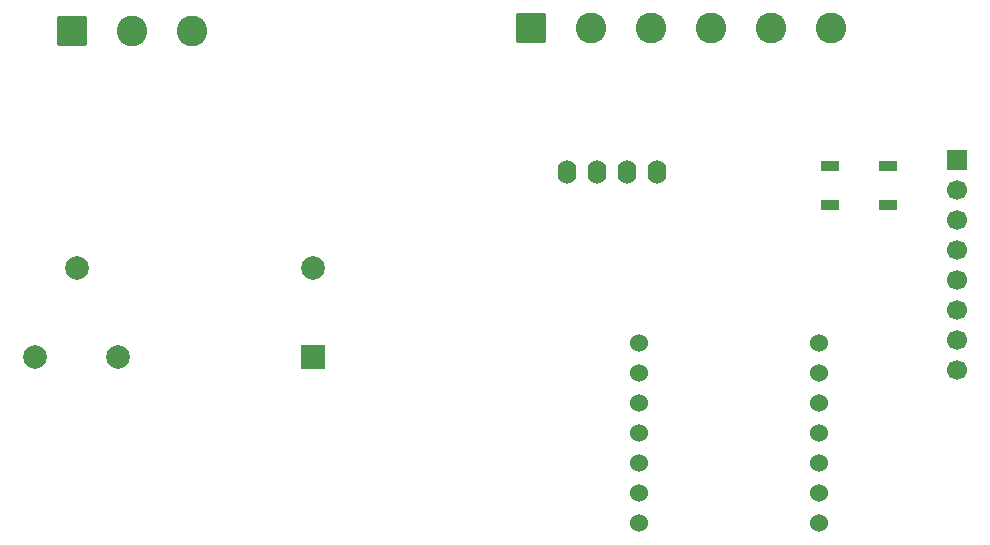
<source format=gts>
%TF.GenerationSoftware,KiCad,Pcbnew,9.0.2*%
%TF.CreationDate,2025-08-19T17:48:26+02:00*%
%TF.ProjectId,esp32c6-charger,65737033-3263-4362-9d63-686172676572,rev?*%
%TF.SameCoordinates,Original*%
%TF.FileFunction,Soldermask,Top*%
%TF.FilePolarity,Negative*%
%FSLAX45Y45*%
G04 Gerber Fmt 4.5, Leading zero omitted, Abs format (unit mm)*
G04 Created by KiCad (PCBNEW 9.0.2) date 2025-08-19 17:48:26*
%MOMM*%
%LPD*%
G01*
G04 APERTURE LIST*
G04 Aperture macros list*
%AMRoundRect*
0 Rectangle with rounded corners*
0 $1 Rounding radius*
0 $2 $3 $4 $5 $6 $7 $8 $9 X,Y pos of 4 corners*
0 Add a 4 corners polygon primitive as box body*
4,1,4,$2,$3,$4,$5,$6,$7,$8,$9,$2,$3,0*
0 Add four circle primitives for the rounded corners*
1,1,$1+$1,$2,$3*
1,1,$1+$1,$4,$5*
1,1,$1+$1,$6,$7*
1,1,$1+$1,$8,$9*
0 Add four rect primitives between the rounded corners*
20,1,$1+$1,$2,$3,$4,$5,0*
20,1,$1+$1,$4,$5,$6,$7,0*
20,1,$1+$1,$6,$7,$8,$9,0*
20,1,$1+$1,$8,$9,$2,$3,0*%
G04 Aperture macros list end*
%ADD10O,1.600000X2.000000*%
%ADD11R,1.700000X1.700000*%
%ADD12C,1.700000*%
%ADD13RoundRect,0.090000X-0.660000X-0.360000X0.660000X-0.360000X0.660000X0.360000X-0.660000X0.360000X0*%
%ADD14C,1.524000*%
%ADD15C,2.000000*%
%ADD16R,2.000000X2.000000*%
%ADD17RoundRect,0.250000X-1.050000X-1.050000X1.050000X-1.050000X1.050000X1.050000X-1.050000X1.050000X0*%
%ADD18C,2.600000*%
G04 APERTURE END LIST*
D10*
%TO.C,Brd1*%
X12776200Y-10718800D03*
X13030200Y-10718800D03*
X13284200Y-10718800D03*
X13538200Y-10718800D03*
%TD*%
D11*
%TO.C,RFID1*%
X16078200Y-10617200D03*
D12*
X16078200Y-10871200D03*
X16078200Y-11125200D03*
X16078200Y-11379200D03*
X16078200Y-11633200D03*
X16078200Y-11887200D03*
X16078200Y-12141200D03*
X16078200Y-12395200D03*
%TD*%
D13*
%TO.C,D1*%
X15004000Y-10668200D03*
X15004000Y-10998200D03*
X15494000Y-10998200D03*
X15494000Y-10668200D03*
%TD*%
D14*
%TO.C,U1*%
X13385800Y-13690600D03*
X13385800Y-13436600D03*
X13385800Y-13182600D03*
X13385800Y-12928600D03*
X13385800Y-12674600D03*
X13385800Y-12420600D03*
X13385800Y-12166600D03*
X14909800Y-12166600D03*
X14909800Y-12420600D03*
X14909800Y-12674600D03*
X14909800Y-12928600D03*
X14909800Y-13182600D03*
X14909800Y-13436600D03*
X14909800Y-13690600D03*
%TD*%
D15*
%TO.C,K1*%
X8627150Y-11531350D03*
X8977150Y-12281350D03*
X8277150Y-12281350D03*
D16*
X10627150Y-12281350D03*
D15*
X10627150Y-11531350D03*
%TD*%
D17*
%TO.C,J1*%
X12471400Y-9499600D03*
D18*
X12979400Y-9499600D03*
X13487400Y-9499600D03*
X13995400Y-9499600D03*
X14503400Y-9499600D03*
X15011400Y-9499600D03*
%TD*%
D17*
%TO.C,J2*%
X8585200Y-9525000D03*
D18*
X9093200Y-9525000D03*
X9601200Y-9525000D03*
%TD*%
M02*

</source>
